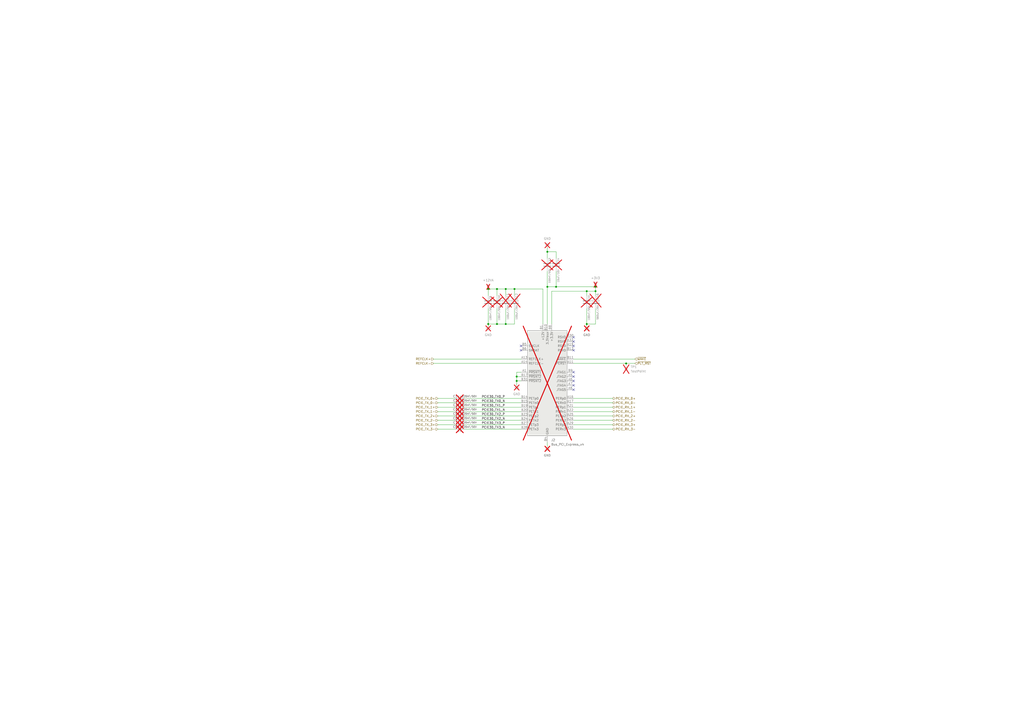
<source format=kicad_sch>
(kicad_sch (version 20250114) (generator "eeschema") (generator_version "9.0")
  (paper "A2")
  (title_block (title "Primer Carrier for LattePanda Mu") (date "2024-03-13") (rev "V1.0.0") (company "DFRobot"))
  (lib_symbols
    (symbol "Connector:Bus_PCI_Express_x4"
      (property "Reference" "J" (at -8.89 33.02 0))
      (property "Value" "Bus_PCI_Express_x4" (at 12.7 33.02 0))
      (symbol "Bus_PCI_Express_x4_0_1"
        (rectangle (start -11.43 31.75) (end 11.43 -29.21) (stroke (width 0.254)) (fill (type background)))
      )
      (symbol "Bus_PCI_Express_x4_1_1"
        (pin input line (at -15.24 22.86 0) (length 3.81) (name "SMCLK") (number "B5"))
        (pin bidirectional line (at -15.24 20.32 0) (length 3.81) (name "SMDAT") (number "B6"))
        (pin input line (at -15.24 15.24 0) (length 3.81) (name "REFCLK+") (number "A13"))
        (pin input line (at -15.24 12.7 0) (length 3.81) (name "REFCLK-") (number "A14"))
        (pin passive line (at -15.24 7.62 0) (length 3.81) (name "~{PRSNT1}") (number "A1"))
        (pin passive line (at -15.24 5.08 0) (length 3.81) (name "~{PRSNT2}") (number "B17"))
        (pin passive line (at -15.24 2.54 0) (length 3.81) (name "~{PRSNT2}") (number "B31"))
        (pin input line (at -15.24 -7.62 0) (length 3.81) (name "PETp0") (number "B14"))
        (pin input line (at -15.24 -10.16 0) (length 3.81) (name "PETn0") (number "B15"))
        (pin input line (at -15.24 -12.7 0) (length 3.81) (name "PETp1") (number "B19"))
        (pin input line (at -15.24 -15.24 0) (length 3.81) (name "PETn1") (number "B20"))
        (pin input line (at -15.24 -17.78 0) (length 3.81) (name "PETp2") (number "B23"))
        (pin input line (at -15.24 -20.32 0) (length 3.81) (name "PETn2") (number "B24"))
        (pin input line (at -15.24 -22.86 0) (length 3.81) (name "PETp3") (number "B27"))
        (pin input line (at -15.24 -25.4 0) (length 3.81) (name "PETn3") (number "B28"))
        (pin passive line (at -2.54 35.56 270) (length 3.81) (hide yes) (name "+12V") (number "A2"))
        (pin passive line (at -2.54 35.56 270) (length 3.81) (hide yes) (name "+12V") (number "A3"))
        (pin power_in line (at -2.54 35.56 270) (length 3.81) (name "+12V") (number "B1"))
        (pin passive line (at -2.54 35.56 270) (length 3.81) (hide yes) (name "+12V") (number "B2"))
        (pin passive line (at -2.54 35.56 270) (length 3.81) (hide yes) (name "+12V") (number "B3"))
        (pin power_in line (at 0 35.56 270) (length 3.81) (name "3.3Vaux") (number "B10"))
        (pin passive line (at 0 -33.02 90) (length 3.81) (hide yes) (name "GND") (number "A12"))
        (pin passive line (at 0 -33.02 90) (length 3.81) (hide yes) (name "GND") (number "A15"))
        (pin passive line (at 0 -33.02 90) (length 3.81) (hide yes) (name "GND") (number "A18"))
        (pin passive line (at 0 -33.02 90) (length 3.81) (hide yes) (name "GND") (number "A20"))
        (pin passive line (at 0 -33.02 90) (length 3.81) (hide yes) (name "GND") (number "A23"))
        (pin passive line (at 0 -33.02 90) (length 3.81) (hide yes) (name "GND") (number "A24"))
        (pin passive line (at 0 -33.02 90) (length 3.81) (hide yes) (name "GND") (number "A27"))
        (pin passive line (at 0 -33.02 90) (length 3.81) (hide yes) (name "GND") (number "A28"))
        (pin passive line (at 0 -33.02 90) (length 3.81) (hide yes) (name "GND") (number "A31"))
        (pin passive line (at 0 -33.02 90) (length 3.81) (hide yes) (name "GND") (number "A4"))
        (pin passive line (at 0 -33.02 90) (length 3.81) (hide yes) (name "GND") (number "B13"))
        (pin passive line (at 0 -33.02 90) (length 3.81) (hide yes) (name "GND") (number "B16"))
        (pin passive line (at 0 -33.02 90) (length 3.81) (hide yes) (name "GND") (number "B18"))
        (pin passive line (at 0 -33.02 90) (length 3.81) (hide yes) (name "GND") (number "B21"))
        (pin passive line (at 0 -33.02 90) (length 3.81) (hide yes) (name "GND") (number "B22"))
        (pin passive line (at 0 -33.02 90) (length 3.81) (hide yes) (name "GND") (number "B25"))
        (pin passive line (at 0 -33.02 90) (length 3.81) (hide yes) (name "GND") (number "B26"))
        (pin passive line (at 0 -33.02 90) (length 3.81) (hide yes) (name "GND") (number "B29"))
        (pin passive line (at 0 -33.02 90) (length 3.81) (hide yes) (name "GND") (number "B32"))
        (pin power_in line (at 0 -33.02 90) (length 3.81) (name "GND") (number "B4"))
        (pin passive line (at 0 -33.02 90) (length 3.81) (hide yes) (name "GND") (number "B7"))
        (pin passive line (at 2.54 35.56 270) (length 3.81) (hide yes) (name "+3.3V") (number "A10"))
        (pin passive line (at 2.54 35.56 270) (length 3.81) (hide yes) (name "+3.3V") (number "A9"))
        (pin power_in line (at 2.54 35.56 270) (length 3.81) (name "+3.3V") (number "B8"))
        (pin passive line (at 15.24 27.94 180) (length 3.81) (name "RSVD") (number "B30"))
        (pin passive line (at 15.24 25.4 180) (length 3.81) (name "RSVD") (number "A32"))
        (pin passive line (at 15.24 22.86 180) (length 3.81) (name "RSVD") (number "A19"))
        (pin passive line (at 15.24 20.32 180) (length 3.81) (name "RSVD") (number "B12"))
        (pin open_collector line (at 15.24 15.24 180) (length 3.81) (name "~{WAKE}") (number "B11"))
        (pin input line (at 15.24 12.7 180) (length 3.81) (name "~{PERST}") (number "A11"))
        (pin input line (at 15.24 7.62 180) (length 3.81) (name "JTAG1") (number "B9"))
        (pin input line (at 15.24 5.08 180) (length 3.81) (name "JTAG2") (number "A5"))
        (pin input line (at 15.24 2.54 180) (length 3.81) (name "JTAG3") (number "A6"))
        (pin output line (at 15.24 0 180) (length 3.81) (name "JTAG4") (number "A7"))
        (pin input line (at 15.24 -2.54 180) (length 3.81) (name "JTAG5") (number "A8"))
        (pin output line (at 15.24 -7.62 180) (length 3.81) (name "PERp0") (number "A16"))
        (pin output line (at 15.24 -10.16 180) (length 3.81) (name "PERn0") (number "A17"))
        (pin output line (at 15.24 -12.7 180) (length 3.81) (name "PERp1") (number "A21"))
        (pin output line (at 15.24 -15.24 180) (length 3.81) (name "PERn1") (number "A22"))
        (pin output line (at 15.24 -17.78 180) (length 3.81) (name "PERp2") (number "A25"))
        (pin output line (at 15.24 -20.32 180) (length 3.81) (name "PERn2") (number "A26"))
        (pin output line (at 15.24 -22.86 180) (length 3.81) (name "PERp3") (number "A29"))
        (pin output line (at 15.24 -25.4 180) (length 3.81) (name "PERn3") (number "A30"))
      )
    )
    (symbol "Connector:TestPoint" (pin_numbers (hide yes)) (pin_names (offset 0.762) (hide yes))
      (property "Reference" "TP" (at 0 6.858 0))
      (property "Value" "TestPoint" (at 0 5.08 0))
      (symbol "TestPoint_0_1"
        (circle (center 0 3.302) (radius 0.762))
      )
      (symbol "TestPoint_1_1"
        (pin passive line (at 0 0 90) (length 2.54) (name "1") (number "1"))
      )
    )
    (symbol "Device:C" (pin_numbers (hide yes)) (pin_names (offset 0.254))
      (property "Reference" "C" (at 0.635 2.54 0))
      (property "Value" "C" (at 0.635 -2.54 0))
      (symbol "C_0_1"
        (polyline (pts (xy -2.032 0.762) (xy 2.032 0.762)) (stroke (width 0.508)))
        (polyline (pts (xy -2.032 -0.762) (xy 2.032 -0.762)) (stroke (width 0.508)))
      )
      (symbol "C_1_1"
        (pin passive line (at 0 3.81 270) (length 2.794) (name "~") (number "1"))
        (pin passive line (at 0 -3.81 90) (length 2.794) (name "~") (number "2"))
      )
    )
    (symbol "Device:C_Polarized" (pin_numbers (hide yes)) (pin_names (offset 0.254))
      (property "Reference" "C" (at 0.635 2.54 0))
      (property "Value" "C_Polarized" (at 0.635 -2.54 0))
      (symbol "C_Polarized_0_1"
        (rectangle (start -2.286 0.508) (end 2.286 1.016))
        (polyline (pts (xy -1.778 2.286) (xy -0.762 2.286)))
        (polyline (pts (xy -1.27 2.794) (xy -1.27 1.778)))
        (rectangle (start 2.286 -0.508) (end -2.286 -1.016) (fill (type outline)))
      )
      (symbol "C_Polarized_1_1"
        (pin passive line (at 0 3.81 270) (length 2.794) (name "~") (number "1"))
        (pin passive line (at 0 -3.81 90) (length 2.794) (name "~") (number "2"))
      )
    )
    (symbol "Device:C_Small" (pin_numbers (hide yes)) (pin_names (offset 0.254) (hide yes))
      (property "Reference" "C" (at 0.254 1.778 0))
      (property "Value" "C_Small" (at 0.254 -2.032 0))
      (symbol "C_Small_0_1"
        (polyline (pts (xy -1.524 0.508) (xy 1.524 0.508)) (stroke (width 0.3048)))
        (polyline (pts (xy -1.524 -0.508) (xy 1.524 -0.508)) (stroke (width 0.3302)))
      )
      (symbol "C_Small_1_1"
        (pin passive line (at 0 2.54 270) (length 2.032) (name "~") (number "1"))
        (pin passive line (at 0 -2.54 90) (length 2.032) (name "~") (number "2"))
      )
    )
    (symbol "power:+12VA" (power) (pin_numbers (hide yes)) (pin_names (offset 0) (hide yes))
      (property "Value" "+12VA" (at 0 3.556 0))
      (symbol "+12VA_0_1"
        (polyline (pts (xy -0.762 1.27) (xy 0 2.54)))
        (polyline (pts (xy 0 2.54) (xy 0.762 1.27)))
        (polyline (pts (xy 0 0) (xy 0 2.54)))
      )
      (symbol "+12VA_1_1"
        (pin power_in line (at 0 0 90) (length 0) (name "~") (number "1"))
      )
    )
    (symbol "power:+3V3" (power) (pin_numbers (hide yes)) (pin_names (offset 0) (hide yes))
      (property "Value" "+3V3" (at 0 3.556 0))
      (symbol "+3V3_0_1"
        (polyline (pts (xy -0.762 1.27) (xy 0 2.54)))
        (polyline (pts (xy 0 2.54) (xy 0.762 1.27)))
        (polyline (pts (xy 0 0) (xy 0 2.54)))
      )
      (symbol "+3V3_1_1"
        (pin power_in line (at 0 0 90) (length 0) (name "~") (number "1"))
      )
    )
    (symbol "power:GND" (power) (pin_numbers (hide yes)) (pin_names (offset 0) (hide yes))
      (property "Value" "GND" (at 0 -3.81 0))
      (symbol "GND_0_1"
        (polyline (pts (xy 0 0) (xy 0 -1.27) (xy 1.27 -1.27) (xy 0 -2.54) (xy -1.27 -1.27) (xy 0 -1.27)))
      )
      (symbol "GND_1_1"
        (pin power_in line (at 0 0 270) (length 0) (name "~") (number "1"))
      )
    )
  )
  (junction (at 299.72 220.98))
  (junction (at 363.22 210.82))
  (junction (at 283.21 187.96))
  (junction (at 340.36 187.96))
  (junction (at 299.72 218.44))
  (junction (at 345.44 168.91))
  (junction (at 345.44 166.37))
  (junction (at 322.58 166.37))
  (junction (at 298.45 167.64))
  (junction (at 293.37 187.96))
  (junction (at 317.5 166.37))
  (junction (at 340.36 168.91))
  (junction (at 293.37 167.64))
  (junction (at 288.29 187.96))
  (junction (at 288.29 167.64))
  (junction (at 283.21 167.64))
  (junction (at 317.5 146.05))
  (no_connect (at 302.26 200.66))
  (no_connect (at 332.74 215.9))
  (no_connect (at 332.74 218.44))
  (no_connect (at 332.74 220.98))
  (no_connect (at 332.74 226.06))
  (no_connect (at 332.74 198.12))
  (no_connect (at 332.74 223.52))
  (no_connect (at 302.26 203.2))
  (no_connect (at 332.74 195.58))
  (no_connect (at 332.74 200.66))
  (no_connect (at 332.74 203.2))
  (wire (pts (xy 293.37 167.64) (xy 293.37 171.45)))
  (wire (pts (xy 254 243.84) (xy 264.16 243.84)))
  (wire (pts (xy 269.24 238.76) (xy 302.26 238.76)))
  (wire (pts (xy 299.72 218.44) (xy 299.72 220.98)))
  (wire (pts (xy 298.45 187.96) (xy 293.37 187.96)))
  (wire (pts (xy 322.58 146.05) (xy 317.5 146.05)))
  (wire (pts (xy 254 238.76) (xy 264.16 238.76)))
  (wire (pts (xy 332.74 243.84) (xy 355.6 243.84)))
  (wire (pts (xy 314.96 187.96) (xy 314.96 167.64)))
  (wire (pts (xy 288.29 167.64) (xy 293.37 167.64)))
  (wire (pts (xy 332.74 236.22) (xy 355.6 236.22)))
  (wire (pts (xy 269.24 233.68) (xy 302.26 233.68)))
  (wire (pts (xy 317.5 166.37) (xy 322.58 166.37)))
  (wire (pts (xy 293.37 187.96) (xy 288.29 187.96)))
  (wire (pts (xy 317.5 157.48) (xy 317.5 166.37)))
  (wire (pts (xy 345.44 168.91) (xy 345.44 171.45)))
  (wire (pts (xy 314.96 167.64) (xy 298.45 167.64)))
  (wire (pts (xy 317.5 256.54) (xy 317.5 259.08)))
  (wire (pts (xy 332.74 248.92) (xy 355.6 248.92)))
  (wire (pts (xy 302.26 215.9) (xy 299.72 215.9)))
  (wire (pts (xy 332.74 233.68) (xy 355.6 233.68)))
  (wire (pts (xy 340.36 168.91) (xy 340.36 171.45)))
  (wire (pts (xy 299.72 215.9) (xy 299.72 218.44)))
  (wire (pts (xy 269.24 231.14) (xy 302.26 231.14)))
  (wire (pts (xy 332.74 210.82) (xy 363.22 210.82)))
  (wire (pts (xy 317.5 143.51) (xy 317.5 146.05)))
  (wire (pts (xy 340.36 168.91) (xy 345.44 168.91)))
  (wire (pts (xy 345.44 168.91) (xy 345.44 166.37)))
  (wire (pts (xy 254 248.92) (xy 264.16 248.92)))
  (wire (pts (xy 302.26 218.44) (xy 299.72 218.44)))
  (wire (pts (xy 269.24 246.38) (xy 302.26 246.38)))
  (wire (pts (xy 320.04 168.91) (xy 340.36 168.91)))
  (wire (pts (xy 332.74 231.14) (xy 355.6 231.14)))
  (wire (pts (xy 283.21 187.96) (xy 283.21 189.23)))
  (wire (pts (xy 332.74 238.76) (xy 355.6 238.76)))
  (wire (pts (xy 298.45 171.45) (xy 298.45 167.64)))
  (wire (pts (xy 332.74 246.38) (xy 355.6 246.38)))
  (wire (pts (xy 269.24 243.84) (xy 302.26 243.84)))
  (wire (pts (xy 283.21 167.64) (xy 288.29 167.64)))
  (wire (pts (xy 288.29 179.07) (xy 288.29 187.96)))
  (wire (pts (xy 288.29 167.64) (xy 288.29 171.45)))
  (wire (pts (xy 293.37 167.64) (xy 298.45 167.64)))
  (wire (pts (xy 298.45 179.07) (xy 298.45 187.96)))
  (wire (pts (xy 299.72 220.98) (xy 302.26 220.98)))
  (wire (pts (xy 251.46 210.82) (xy 302.26 210.82)))
  (wire (pts (xy 269.24 241.3) (xy 302.26 241.3)))
  (wire (pts (xy 254 241.3) (xy 264.16 241.3)))
  (wire (pts (xy 322.58 157.48) (xy 322.58 166.37)))
  (wire (pts (xy 254 233.68) (xy 264.16 233.68)))
  (wire (pts (xy 340.36 179.07) (xy 340.36 187.96)))
  (wire (pts (xy 254 246.38) (xy 264.16 246.38)))
  (wire (pts (xy 317.5 187.96) (xy 317.5 166.37)))
  (wire (pts (xy 340.36 187.96) (xy 340.36 189.23)))
  (wire (pts (xy 269.24 236.22) (xy 302.26 236.22)))
  (wire (pts (xy 317.5 146.05) (xy 317.5 149.86)))
  (wire (pts (xy 299.72 223.52) (xy 299.72 220.98)))
  (wire (pts (xy 269.24 248.92) (xy 302.26 248.92)))
  (wire (pts (xy 293.37 179.07) (xy 293.37 187.96)))
  (wire (pts (xy 332.74 241.3) (xy 355.6 241.3)))
  (wire (pts (xy 363.22 210.82) (xy 368.3 210.82)))
  (wire (pts (xy 251.46 208.28) (xy 302.26 208.28)))
  (wire (pts (xy 254 236.22) (xy 264.16 236.22)))
  (wire (pts (xy 345.44 187.96) (xy 340.36 187.96)))
  (wire (pts (xy 254 231.14) (xy 264.16 231.14)))
  (wire (pts (xy 283.21 179.07) (xy 283.21 187.96)))
  (wire (pts (xy 345.44 179.07) (xy 345.44 187.96)))
  (wire (pts (xy 322.58 149.86) (xy 322.58 146.05)))
  (wire (pts (xy 332.74 208.28) (xy 368.3 208.28)))
  (wire (pts (xy 320.04 168.91) (xy 320.04 187.96)))
  (wire (pts (xy 322.58 166.37) (xy 345.44 166.37)))
  (wire (pts (xy 283.21 167.64) (xy 283.21 171.45)))
  (wire (pts (xy 288.29 187.96) (xy 283.21 187.96)))
  (label "PCIE30_TX0_N" (at 279.4 233.68 0))
  (label "PCIE30_TX3_P" (at 279.4 246.38 0))
  (label "PCIE30_TX2_P" (at 279.4 241.3 0))
  (label "PCIE30_TX0_P" (at 279.4 231.14 0))
  (label "PCIE30_TX3_N" (at 279.4 248.92 0))
  (label "PCIE30_TX1_P" (at 279.4 236.22 0))
  (label "PCIE30_TX2_N" (at 279.4 243.84 0))
  (label "PCIE30_TX1_N" (at 279.4 238.76 0))
  (hierarchical_label "PCIE_TX_3-" (shape input) (at 254 248.92 180))
  (hierarchical_label "PCIE_RX_0-" (shape output) (at 355.6 233.68 0))
  (hierarchical_label "PCIE_TX_0+" (shape input) (at 254 231.14 180))
  (hierarchical_label "~{WAKE}" (shape input) (at 368.3 208.28 0))
  (hierarchical_label "PCIE_RX_3-" (shape output) (at 355.6 248.92 0))
  (hierarchical_label "PCIE_TX_2+" (shape input) (at 254 241.3 180))
  (hierarchical_label "REFCLK-" (shape input) (at 251.46 210.82 180))
  (hierarchical_label "PCIE_TX_3+" (shape input) (at 254 246.38 180))
  (hierarchical_label "PCIE_RX_1-" (shape output) (at 355.6 238.76 0))
  (hierarchical_label "PCIE_RX_2-" (shape output) (at 355.6 243.84 0))
  (hierarchical_label "PCIE_RX_3+" (shape output) (at 355.6 246.38 0))
  (hierarchical_label "PCIE_RX_1+" (shape output) (at 355.6 236.22 0))
  (hierarchical_label "REFCLK+" (shape input) (at 251.46 208.28 180))
  (hierarchical_label "~{PLT_RST}" (shape input) (at 368.3 210.82 0))
  (hierarchical_label "PCIE_TX_2-" (shape input) (at 254 243.84 180))
  (hierarchical_label "PCIE_RX_0+" (shape output) (at 355.6 231.14 0))
  (hierarchical_label "PCIE_TX_1-" (shape input) (at 254 238.76 180))
  (hierarchical_label "PCIE_TX_0-" (shape input) (at 254 233.68 180))
  (hierarchical_label "PCIE_TX_1+" (shape input) (at 254 236.22 180))
  (hierarchical_label "PCIE_RX_2+" (shape output) (at 355.6 241.3 0))
  (symbol (lib_id "Device:C") (at 340.36 175.26 0) (unit 1) (in_bom no) (on_board no) (dnp yes)
    (property "Reference" "C15" (at 341.63 172.72 90) (effects (font (size 1 1))))
    (property "Value" "100nF/50V" (at 341.63 181.61 90) (effects (font (size 1 1))))
    (property "Footprint" "A_HDJ_Library:C_0402_1005Metric" (effects (hide yes)))
    (property "SCH_Show_Footprint" "C0402" (effects (hide yes)))
  )
  (symbol (lib_id "Device:C_Small") (at 266.7 231.14 90) (unit 1) (in_bom no) (on_board no) (dnp yes)
    (property "Reference" "C1" (at 265.43 229.87 90) (effects (justify left)))
    (property "Value" "220nF/50V" (at 267.97 229.87 90) (effects (font (size 1 1)) (justify right)))
    (property "Footprint" "A_HDJ_Library:C_0402_1005Metric" (effects (hide yes)))
    (property "SCH_Show_Footprint" "C0402" (effects (hide yes)))
    (instances (project "[DFR1142]Lite Carrier for LattePanda Mu" (path "" (reference "C1") (unit 1))) (project "LPM-PCIeEx" (path "" (reference "C?") (unit 1))))
  )
  (symbol (lib_id "power:GND") (at 317.5 259.08 0) (unit 1) (in_bom no) (on_board no) (dnp yes)
    (property "Reference" "#PWR017" (effects (hide yes)))
    (property "Value" "GND" (at 317.5 264.16 0))
    (instances (project "[DFR1142]Lite Carrier for LattePanda Mu" (path "" (reference "#PWR017") (unit 1))) (project "LPM-PCIeEx" (path "" (reference "#PWR?") (unit 1))))
  )
  (symbol (lib_id "Device:C_Polarized") (at 293.37 175.26 0) (unit 1) (in_bom no) (on_board no) (dnp yes)
    (property "Reference" "C11" (at 294.64 173.99 90) (effects (justify left)))
    (property "Value" "100uF/25V" (at 294.64 185.42 90) (effects (font (size 1 1)) (justify left)))
    (property "Footprint" "A_HDJ_Library:CP_Elec_6.3x7.7" (effects (hide yes)))
    (property "SCH_Show_Footprint" "C5x5.8" (effects (hide yes)))
  )
  (symbol (lib_id "power:GND") (at 299.72 223.52 0) (unit 1) (in_bom no) (on_board no) (dnp yes)
    (property "Reference" "#PWR015" (effects (hide yes)))
    (property "Value" "GND" (at 299.72 228.6 0))
    (instances (project "[DFR1142]Lite Carrier for LattePanda Mu" (path "" (reference "#PWR015") (unit 1))) (project "LPM-PCIeEx" (path "" (reference "#PWR?") (unit 1))))
  )
  (symbol (lib_id "Device:C") (at 283.21 175.26 0) (unit 1) (in_bom no) (on_board no) (dnp yes)
    (property "Reference" "C9" (at 284.48 172.72 90) (effects (font (size 1 1))))
    (property "Value" "100nF/50V" (at 284.48 181.61 90) (effects (font (size 1 1))))
    (property "Footprint" "A_HDJ_Library:C_0402_1005Metric" (effects (hide yes)))
    (property "SCH_Show_Footprint" "C0402" (effects (hide yes)))
  )
  (symbol (lib_id "Connector:TestPoint") (at 363.22 210.82 180) (unit 1) (in_bom no) (on_board no) (dnp yes)
    (property "Reference" "TP1" (at 365.76 212.852 0) (effects (justify right)))
    (property "Value" "TestPoint" (at 365.76 215.392 0) (effects (justify right)))
    (property "Footprint" "A_HDJ_Library:TestPoint_Pad_D1.5mm" (effects (hide yes)))
  )
  (symbol (lib_id "Device:C_Small") (at 266.7 248.92 90) (unit 1) (in_bom no) (on_board no) (dnp yes)
    (property "Reference" "C8" (at 265.43 247.65 90) (effects (justify left)))
    (property "Value" "220nF/50V" (at 267.97 247.65 90) (effects (font (size 1 1)) (justify right)))
    (property "Footprint" "A_HDJ_Library:C_0402_1005Metric" (effects (hide yes)))
    (property "SCH_Show_Footprint" "C0402" (effects (hide yes)))
    (instances (project "[DFR1142]Lite Carrier for LattePanda Mu" (path "" (reference "C8") (unit 1))) (project "LPM-PCIeEx" (path "" (reference "C?") (unit 1))))
  )
  (symbol (lib_id "Device:C_Polarized") (at 345.44 175.26 0) (unit 1) (in_bom no) (on_board no) (dnp yes)
    (property "Reference" "C16" (at 346.71 173.99 90) (effects (justify left)))
    (property "Value" "560uF/25V" (at 346.71 185.42 90) (effects (font (size 1 1)) (justify left)))
    (property "Footprint" "A_HDJ_Library:CP_Elec_6.3x7.7" (effects (hide yes)))
    (property "SCH_Show_Footprint" "C5x5.8" (effects (hide yes)))
  )
  (symbol (lib_id "Device:C") (at 322.58 153.67 0) (unit 1) (in_bom no) (on_board no) (dnp yes)
    (property "Reference" "C14" (at 323.85 151.13 90) (effects (font (size 1 1))))
    (property "Value" "10uF/10V" (at 323.85 160.02 90) (effects (font (size 1 1))))
    (property "Footprint" "A_HDJ_Library:C_0402_1005Metric" (effects (hide yes)))
    (property "SCH_Show_Footprint" "C0402" (effects (hide yes)))
  )
  (symbol (lib_id "power:GND") (at 340.36 189.23 0) (unit 1) (in_bom no) (on_board no) (dnp yes)
    (property "Reference" "#PWR018" (effects (hide yes)))
    (property "Value" "GND" (at 340.36 194.31 0))
  )
  (symbol (lib_id "Device:C_Small") (at 266.7 241.3 90) (unit 1) (in_bom no) (on_board no) (dnp yes)
    (property "Reference" "C5" (at 265.43 240.03 90) (effects (justify left)))
    (property "Value" "220nF/50V" (at 267.97 240.03 90) (effects (font (size 1 1)) (justify right)))
    (property "Footprint" "A_HDJ_Library:C_0402_1005Metric" (effects (hide yes)))
    (property "SCH_Show_Footprint" "C0402" (effects (hide yes)))
    (instances (project "[DFR1142]Lite Carrier for LattePanda Mu" (path "" (reference "C5") (unit 1))) (project "LPM-PCIeEx" (path "" (reference "C?") (unit 1))))
  )
  (symbol (lib_id "power:GND") (at 283.21 189.23 0) (unit 1) (in_bom no) (on_board no) (dnp yes)
    (property "Reference" "#PWR014" (effects (hide yes)))
    (property "Value" "GND" (at 283.21 194.31 0))
  )
  (symbol (lib_id "Connector:Bus_PCI_Express_x4") (at 317.5 223.52 0) (unit 1) (in_bom no) (on_board no) (dnp yes)
    (property "Reference" "J2" (at 319.6941 255.27 0) (effects (justify left)))
    (property "Value" "Bus_PCI_Express_x4" (at 319.6941 257.81 0) (effects (justify left)))
    (property "Footprint" "A_HDJ_Library:PCIe_x4_Gen3Slot_Connectors" (effects (hide yes)))
    (property "Datasheet" "http://www.ritrontek.com/uploadfile/2016/1026/20161026105231124.pdf#page=63" (effects (hide yes)))
    (instances (project "[DFR1142]Lite Carrier for LattePanda Mu" (path "" (reference "J2") (unit 1))) (project "LPM-PCIeEx" (path "" (reference "J?") (unit 1))))
  )
  (symbol (lib_id "power:+12VA") (at 283.21 167.64 0) (unit 1) (in_bom no) (on_board no) (dnp yes)
    (property "Reference" "#PWR013" (effects (hide yes)))
    (property "Value" "+12VA" (at 283.21 162.56 0))
  )
  (symbol (lib_id "Device:C_Small") (at 266.7 243.84 90) (unit 1) (in_bom no) (on_board no) (dnp yes)
    (property "Reference" "C6" (at 265.43 242.57 90) (effects (justify left)))
    (property "Value" "220nF/50V" (at 267.97 242.57 90) (effects (font (size 1 1)) (justify right)))
    (property "Footprint" "A_HDJ_Library:C_0402_1005Metric" (effects (hide yes)))
    (property "SCH_Show_Footprint" "C0402" (effects (hide yes)))
    (instances (project "[DFR1142]Lite Carrier for LattePanda Mu" (path "" (reference "C6") (unit 1))) (project "LPM-PCIeEx" (path "" (reference "C?") (unit 1))))
  )
  (symbol (lib_id "Device:C_Small") (at 266.7 236.22 90) (unit 1) (in_bom no) (on_board no) (dnp yes)
    (property "Reference" "C3" (at 265.43 234.95 90) (effects (justify left)))
    (property "Value" "220nF/50V" (at 267.97 234.95 90) (effects (font (size 1 1)) (justify right)))
    (property "Footprint" "A_HDJ_Library:C_0402_1005Metric" (effects (hide yes)))
    (property "SCH_Show_Footprint" "C0402" (effects (hide yes)))
    (instances (project "[DFR1142]Lite Carrier for LattePanda Mu" (path "" (reference "C3") (unit 1))) (project "LPM-PCIeEx" (path "" (reference "C?") (unit 1))))
  )
  (symbol (lib_id "Device:C_Polarized") (at 298.45 175.26 0) (unit 1) (in_bom no) (on_board no) (dnp yes)
    (property "Reference" "C12" (at 299.72 173.99 90) (effects (justify left)))
    (property "Value" "100uF/25V" (at 299.72 185.42 90) (effects (font (size 1 1)) (justify left)))
    (property "Footprint" "A_HDJ_Library:CP_Elec_6.3x7.7" (effects (hide yes)))
    (property "SCH_Show_Footprint" "C5x5.8" (effects (hide yes)))
  )
  (symbol (lib_id "Device:C") (at 317.5 153.67 0) (unit 1) (in_bom no) (on_board no) (dnp yes)
    (property "Reference" "C13" (at 318.77 151.13 90) (effects (font (size 1 1))))
    (property "Value" "100nF/50V" (at 318.77 160.02 90) (effects (font (size 1 1))))
    (property "Footprint" "A_HDJ_Library:C_0402_1005Metric" (effects (hide yes)))
    (property "SCH_Show_Footprint" "C0402" (effects (hide yes)))
  )
  (symbol (lib_id "power:GND") (at 317.5 143.51 180) (unit 1) (in_bom no) (on_board no) (dnp yes)
    (property "Reference" "#PWR016" (effects (hide yes)))
    (property "Value" "GND" (at 317.5 138.43 0))
  )
  (symbol (lib_id "Device:C_Small") (at 266.7 233.68 90) (unit 1) (in_bom no) (on_board no) (dnp yes)
    (property "Reference" "C2" (at 265.43 232.41 90) (effects (justify left)))
    (property "Value" "220nF/50V" (at 267.97 232.41 90) (effects (font (size 1 1)) (justify right)))
    (property "Footprint" "A_HDJ_Library:C_0402_1005Metric" (effects (hide yes)))
    (property "SCH_Show_Footprint" "C0402" (effects (hide yes)))
    (instances (project "[DFR1142]Lite Carrier for LattePanda Mu" (path "" (reference "C2") (unit 1))) (project "LPM-PCIeEx" (path "" (reference "C?") (unit 1))))
  )
  (symbol (lib_id "Device:C_Small") (at 266.7 238.76 90) (unit 1) (in_bom no) (on_board no) (dnp yes)
    (property "Reference" "C4" (at 265.43 237.49 90) (effects (justify left)))
    (property "Value" "220nF/50V" (at 267.97 237.49 90) (effects (font (size 1 1)) (justify right)))
    (property "Footprint" "A_HDJ_Library:C_0402_1005Metric" (effects (hide yes)))
    (property "SCH_Show_Footprint" "C0402" (effects (hide yes)))
    (instances (project "[DFR1142]Lite Carrier for LattePanda Mu" (path "" (reference "C4") (unit 1))) (project "LPM-PCIeEx" (path "" (reference "C?") (unit 1))))
  )
  (symbol (lib_id "Device:C_Small") (at 266.7 246.38 90) (unit 1) (in_bom no) (on_board no) (dnp yes)
    (property "Reference" "C7" (at 265.43 245.11 90) (effects (justify left)))
    (property "Value" "220nF/50V" (at 267.97 245.11 90) (effects (font (size 1 1)) (justify right)))
    (property "Footprint" "A_HDJ_Library:C_0402_1005Metric" (effects (hide yes)))
    (property "SCH_Show_Footprint" "C0402" (effects (hide yes)))
    (instances (project "[DFR1142]Lite Carrier for LattePanda Mu" (path "" (reference "C7") (unit 1))) (project "LPM-PCIeEx" (path "" (reference "C?") (unit 1))))
  )
  (symbol (lib_id "power:+3V3") (at 345.44 166.37 0) (unit 1) (in_bom no) (on_board no) (dnp yes)
    (property "Reference" "#PWR019" (effects (hide yes)))
    (property "Value" "+3V3" (at 345.44 161.29 0))
  )
  (symbol (lib_id "Device:C") (at 288.29 175.26 0) (unit 1) (in_bom no) (on_board no) (dnp yes)
    (property "Reference" "C10" (at 289.56 172.72 90) (effects (font (size 1 1))))
    (property "Value" "100nF/50V" (at 289.56 181.61 90) (effects (font (size 1 1))))
    (property "Footprint" "A_HDJ_Library:C_0402_1005Metric" (effects (hide yes)))
    (property "SCH_Show_Footprint" "C0402" (effects (hide yes)))
  )
)
</source>
